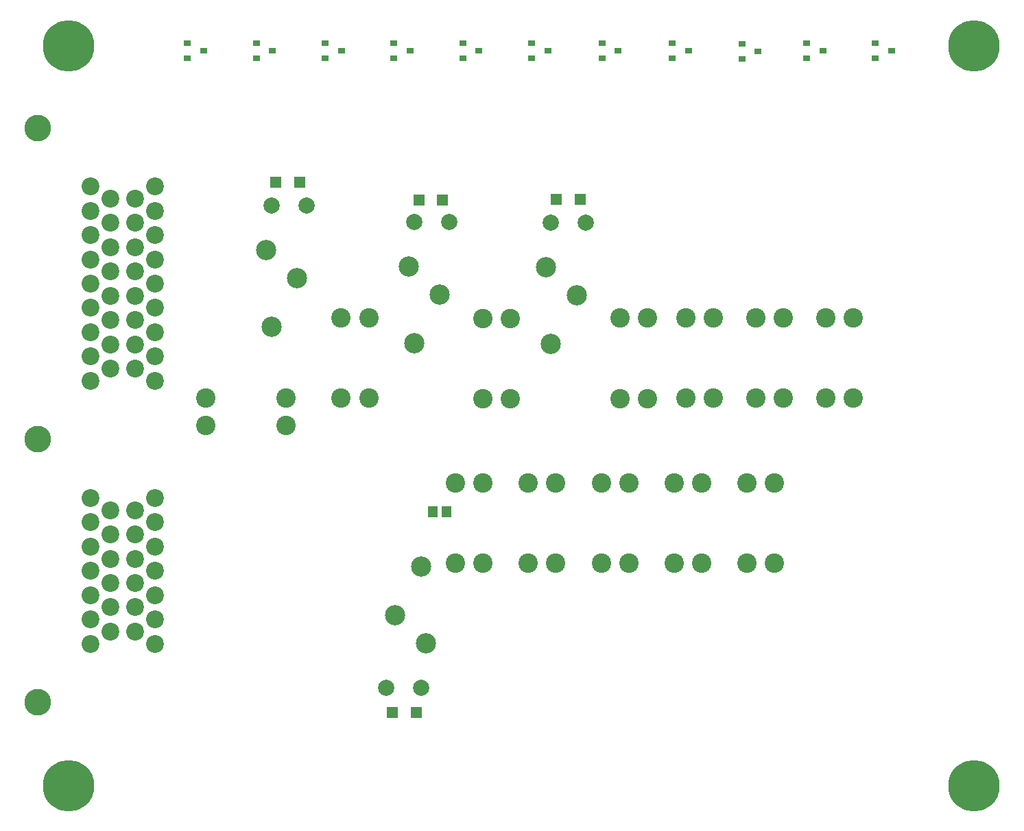
<source format=gbr>
%TF.GenerationSoftware,Altium Limited,Altium Designer,19.0.10 (269)*%
G04 Layer_Color=255*
%FSLAX26Y26*%
%MOIN*%
%TF.FileFunction,Pads,Bot*%
%TF.Part,Single*%
G01*
G75*
%TA.AperFunction,SMDPad,CuDef*%
%ADD17R,0.053150X0.057087*%
%ADD19R,0.045276X0.053150*%
%TA.AperFunction,ComponentPad*%
%ADD24C,0.094488*%
%ADD25C,0.086614*%
%ADD26C,0.129921*%
%TA.AperFunction,ViaPad*%
%ADD27C,0.250000*%
%TA.AperFunction,ComponentPad*%
%ADD28C,0.098425*%
%ADD29C,0.078740*%
%TA.AperFunction,SMDPad,CuDef*%
%ADD32R,0.035433X0.031496*%
D17*
X2785071Y3152000D02*
D03*
X2668929D02*
D03*
X1990071Y656000D02*
D03*
X1873929D02*
D03*
X2001929Y3150000D02*
D03*
X2118071D02*
D03*
X1307205Y3235000D02*
D03*
X1423347D02*
D03*
D19*
X2068567Y1631000D02*
D03*
X2137465D02*
D03*
D24*
X1357276Y2052071D02*
D03*
X966724D02*
D03*
X1357276Y2185929D02*
D03*
X966724D02*
D03*
X1624843Y2186206D02*
D03*
Y2576757D02*
D03*
X1758701Y2186206D02*
D03*
Y2576757D02*
D03*
X2313490Y2181724D02*
D03*
Y2572276D02*
D03*
X2447348Y2181724D02*
D03*
Y2572276D02*
D03*
X2979165Y2183724D02*
D03*
Y2574276D02*
D03*
X3113023Y2183724D02*
D03*
Y2574276D02*
D03*
X3299361Y2184449D02*
D03*
Y2575000D02*
D03*
X3433220Y2184449D02*
D03*
Y2575000D02*
D03*
X3638246Y2184724D02*
D03*
Y2575276D02*
D03*
X3772104Y2184724D02*
D03*
Y2575276D02*
D03*
X3978379Y2184898D02*
D03*
Y2575450D02*
D03*
X4112237Y2184898D02*
D03*
Y2575450D02*
D03*
X3731237Y1771450D02*
D03*
Y1380898D02*
D03*
X3597378Y1771450D02*
D03*
Y1380898D02*
D03*
X3376886Y1771000D02*
D03*
Y1380449D02*
D03*
X3243028Y1771000D02*
D03*
Y1380449D02*
D03*
X3022570Y1771450D02*
D03*
Y1380898D02*
D03*
X2888712Y1771450D02*
D03*
Y1380898D02*
D03*
X2667701Y1771757D02*
D03*
Y1381206D02*
D03*
X2533843Y1771757D02*
D03*
Y1381206D02*
D03*
X2312929Y1771456D02*
D03*
Y1380905D02*
D03*
X2179071Y1771456D02*
D03*
Y1380905D02*
D03*
D25*
X720866Y2269685D02*
D03*
Y2387795D02*
D03*
Y2505905D02*
D03*
Y2624016D02*
D03*
Y2742126D02*
D03*
Y2860236D02*
D03*
Y2978347D02*
D03*
Y3096457D02*
D03*
Y3214567D02*
D03*
X622441Y2328740D02*
D03*
Y2446850D02*
D03*
Y2564961D02*
D03*
Y2683071D02*
D03*
Y2801181D02*
D03*
Y2919291D02*
D03*
Y3037402D02*
D03*
Y3155512D02*
D03*
X504331Y2328740D02*
D03*
Y2446850D02*
D03*
Y2564961D02*
D03*
Y2683071D02*
D03*
Y2801181D02*
D03*
Y2919291D02*
D03*
Y3037402D02*
D03*
Y3155512D02*
D03*
X405906Y2269685D02*
D03*
Y2387795D02*
D03*
Y2505905D02*
D03*
Y2624016D02*
D03*
Y2742126D02*
D03*
Y2860236D02*
D03*
Y2978347D02*
D03*
Y3096457D02*
D03*
Y3214567D02*
D03*
Y1698819D02*
D03*
Y1580709D02*
D03*
Y1462599D02*
D03*
Y1344488D02*
D03*
Y1226378D02*
D03*
Y1108268D02*
D03*
Y990158D02*
D03*
X504331Y1639764D02*
D03*
Y1521654D02*
D03*
Y1403543D02*
D03*
Y1285433D02*
D03*
Y1167323D02*
D03*
Y1049213D02*
D03*
X622441Y1639764D02*
D03*
Y1521654D02*
D03*
Y1403543D02*
D03*
Y1285433D02*
D03*
Y1167323D02*
D03*
Y1049213D02*
D03*
X720866Y1698819D02*
D03*
Y1580709D02*
D03*
Y1462599D02*
D03*
Y1344488D02*
D03*
Y1226378D02*
D03*
Y1108268D02*
D03*
Y990158D02*
D03*
D26*
X150000Y704724D02*
D03*
Y1984252D02*
D03*
Y3500000D02*
D03*
D27*
X4700000Y300000D02*
D03*
Y3900000D02*
D03*
X300000D02*
D03*
Y300000D02*
D03*
D28*
X2644656Y2449512D02*
D03*
X2619065Y2823528D02*
D03*
X2768671Y2685732D02*
D03*
X1979001Y2452449D02*
D03*
X1953410Y2826465D02*
D03*
X2103016Y2688670D02*
D03*
X1287000Y2531449D02*
D03*
X1261409Y2905465D02*
D03*
X1411016Y2767669D02*
D03*
X2011929Y1364551D02*
D03*
X2037520Y990535D02*
D03*
X1887913Y1128331D02*
D03*
D29*
X2813947Y3040063D02*
D03*
X2644656D02*
D03*
X2148292Y3043001D02*
D03*
X1979001D02*
D03*
X1456291Y3122000D02*
D03*
X1287000D02*
D03*
X1842638Y774000D02*
D03*
X2011929D02*
D03*
D32*
X1291063Y3875725D02*
D03*
X1212323Y3913127D02*
D03*
Y3838324D02*
D03*
X956772Y3875725D02*
D03*
X878032Y3913127D02*
D03*
Y3838324D02*
D03*
X1625353Y3875725D02*
D03*
X1546613Y3913127D02*
D03*
Y3838324D02*
D03*
X2628465Y3874724D02*
D03*
X2549724Y3912125D02*
D03*
Y3837322D02*
D03*
X3650465Y3871551D02*
D03*
X3571724Y3908953D02*
D03*
Y3834150D02*
D03*
X2970465Y3874724D02*
D03*
X2891724Y3912126D02*
D03*
Y3837323D02*
D03*
X2293935Y3875725D02*
D03*
X2215194Y3913127D02*
D03*
Y3838324D02*
D03*
X1959644Y3875725D02*
D03*
X1880904Y3913127D02*
D03*
Y3838324D02*
D03*
X4299678Y3875725D02*
D03*
X4220938Y3913127D02*
D03*
Y3838324D02*
D03*
X3965388Y3875725D02*
D03*
X3886647Y3913127D02*
D03*
Y3838324D02*
D03*
X3313097Y3874899D02*
D03*
X3234357Y3912300D02*
D03*
Y3837497D02*
D03*
%TF.MD5,f7778bf3e648c8e1587f02e8645350c7*%
M02*

</source>
